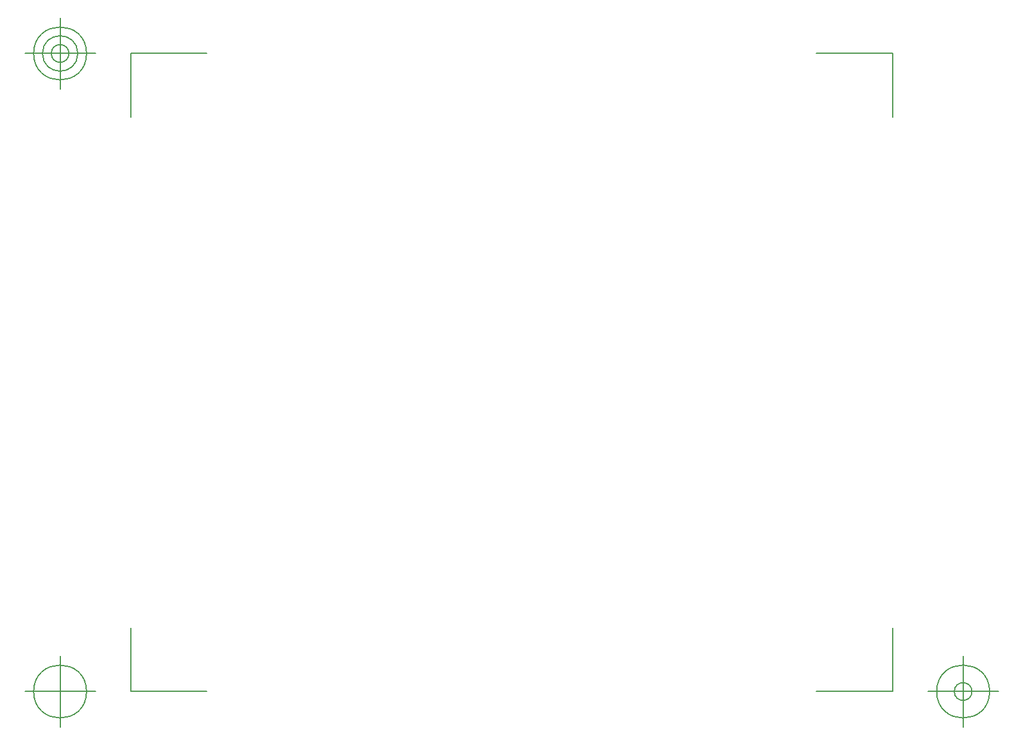
<source format=gbr>
G04 Generated by Ultiboard 14.2 *
%FSLAX33Y33*%
%MOMM*%

%ADD10C,0.001*%
%ADD11C,0.127*%


G04 ColorRGB FF14FF for the following layer *
%LNSilkscreen Bottom*%
%LPD*%
G54D10*
G54D11*
X-23622Y27940D02*
X-23622Y36982D01*
X-23622Y27940D02*
X-12827Y27940D01*
X84328Y27940D02*
X73533Y27940D01*
X84328Y27940D02*
X84328Y36982D01*
X84328Y118364D02*
X84328Y109322D01*
X84328Y118364D02*
X73533Y118364D01*
X-23622Y118364D02*
X-12827Y118364D01*
X-23622Y118364D02*
X-23622Y109322D01*
X-28622Y27940D02*
X-38622Y27940D01*
X-33622Y22940D02*
X-33622Y32940D01*
X-37372Y27940D02*
G75*
D01*
G02X-37372Y27940I3750J0*
G01*
X89328Y27940D02*
X99328Y27940D01*
X94328Y22940D02*
X94328Y32940D01*
X90578Y27940D02*
G75*
D01*
G02X90578Y27940I3750J0*
G01*
X93078Y27940D02*
G75*
D01*
G02X93078Y27940I1250J0*
G01*
X-28622Y118364D02*
X-38622Y118364D01*
X-33622Y113364D02*
X-33622Y123364D01*
X-37372Y118364D02*
G75*
D01*
G02X-37372Y118364I3750J0*
G01*
X-36122Y118364D02*
G75*
D01*
G02X-36122Y118364I2500J0*
G01*
X-34872Y118364D02*
G75*
D01*
G02X-34872Y118364I1250J0*
G01*

M02*

</source>
